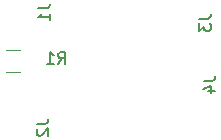
<source format=gbr>
G04 #@! TF.GenerationSoftware,KiCad,Pcbnew,5.1.2-f72e74a~84~ubuntu18.04.1*
G04 #@! TF.CreationDate,2019-09-15T12:12:38+02:00*
G04 #@! TF.ProjectId,Xt30_Hub,58743330-5f48-4756-922e-6b696361645f,rev?*
G04 #@! TF.SameCoordinates,Original*
G04 #@! TF.FileFunction,Legend,Bot*
G04 #@! TF.FilePolarity,Positive*
%FSLAX46Y46*%
G04 Gerber Fmt 4.6, Leading zero omitted, Abs format (unit mm)*
G04 Created by KiCad (PCBNEW 5.1.2-f72e74a~84~ubuntu18.04.1) date 2019-09-15 12:12:38*
%MOMM*%
%LPD*%
G04 APERTURE LIST*
%ADD10C,0.120000*%
%ADD11C,0.150000*%
G04 APERTURE END LIST*
D10*
X131923064Y-92485800D02*
X130718936Y-92485800D01*
X131923064Y-94305800D02*
X130718936Y-94305800D01*
D11*
X133437380Y-88947666D02*
X134151666Y-88947666D01*
X134294523Y-88900047D01*
X134389761Y-88804809D01*
X134437380Y-88661952D01*
X134437380Y-88566714D01*
X134437380Y-89947666D02*
X134437380Y-89376238D01*
X134437380Y-89661952D02*
X133437380Y-89661952D01*
X133580238Y-89566714D01*
X133675476Y-89471476D01*
X133723095Y-89376238D01*
X133310380Y-98726666D02*
X134024666Y-98726666D01*
X134167523Y-98679047D01*
X134262761Y-98583809D01*
X134310380Y-98440952D01*
X134310380Y-98345714D01*
X133405619Y-99155238D02*
X133358000Y-99202857D01*
X133310380Y-99298095D01*
X133310380Y-99536190D01*
X133358000Y-99631428D01*
X133405619Y-99679047D01*
X133500857Y-99726666D01*
X133596095Y-99726666D01*
X133738952Y-99679047D01*
X134310380Y-99107619D01*
X134310380Y-99726666D01*
X147067782Y-89838268D02*
X147782068Y-89838268D01*
X147924925Y-89790649D01*
X148020163Y-89695411D01*
X148067782Y-89552554D01*
X148067782Y-89457316D01*
X147067782Y-90219221D02*
X147067782Y-90838268D01*
X147448735Y-90504935D01*
X147448735Y-90647792D01*
X147496354Y-90743030D01*
X147543973Y-90790649D01*
X147639211Y-90838268D01*
X147877306Y-90838268D01*
X147972544Y-90790649D01*
X148020163Y-90743030D01*
X148067782Y-90647792D01*
X148067782Y-90362078D01*
X148020163Y-90266840D01*
X147972544Y-90219221D01*
X147448782Y-95067268D02*
X148163068Y-95067268D01*
X148305925Y-95019649D01*
X148401163Y-94924411D01*
X148448782Y-94781554D01*
X148448782Y-94686316D01*
X147782116Y-95972030D02*
X148448782Y-95972030D01*
X147401163Y-95733935D02*
X148115449Y-95495840D01*
X148115449Y-96114887D01*
X135145266Y-93644980D02*
X135478600Y-93168790D01*
X135716695Y-93644980D02*
X135716695Y-92644980D01*
X135335742Y-92644980D01*
X135240504Y-92692600D01*
X135192885Y-92740219D01*
X135145266Y-92835457D01*
X135145266Y-92978314D01*
X135192885Y-93073552D01*
X135240504Y-93121171D01*
X135335742Y-93168790D01*
X135716695Y-93168790D01*
X134192885Y-93644980D02*
X134764314Y-93644980D01*
X134478600Y-93644980D02*
X134478600Y-92644980D01*
X134573838Y-92787838D01*
X134669076Y-92883076D01*
X134764314Y-92930695D01*
M02*

</source>
